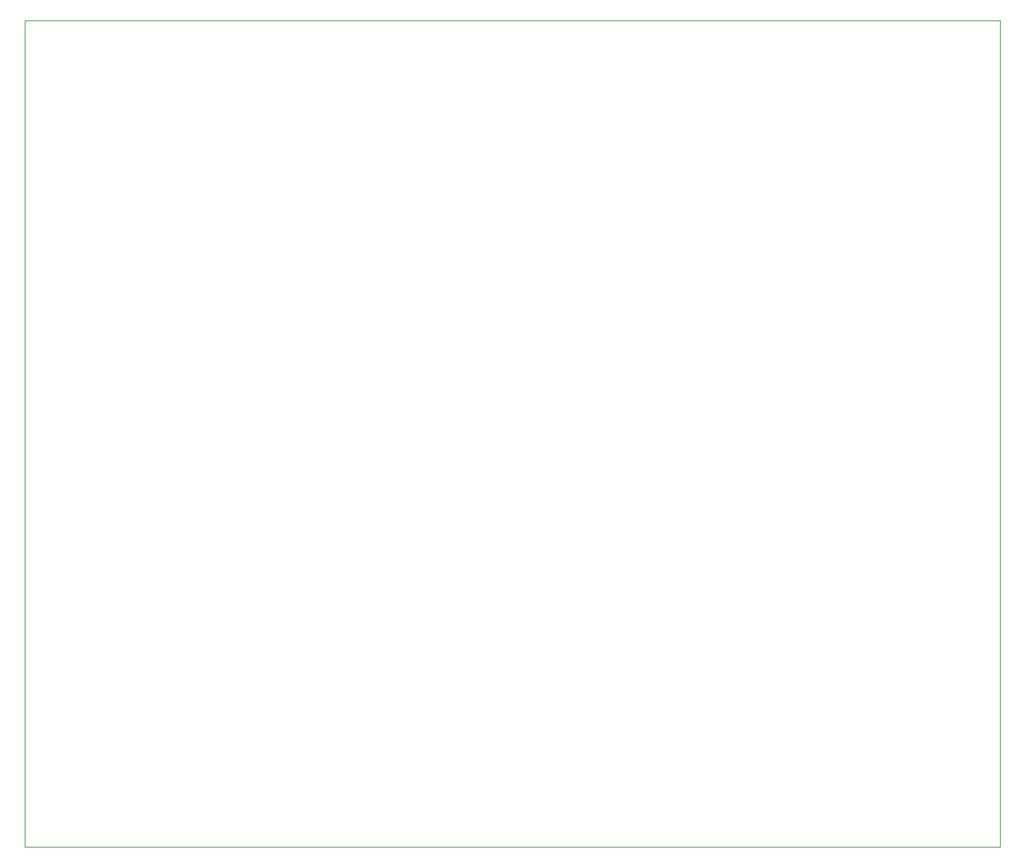
<source format=gbr>
%TF.GenerationSoftware,KiCad,Pcbnew,5.1.6-c6e7f7d~86~ubuntu16.04.1*%
%TF.CreationDate,2020-10-27T22:16:19+00:00*%
%TF.ProjectId,ppstrace1,70707374-7261-4636-9531-2e6b69636164,rev?*%
%TF.SameCoordinates,Original*%
%TF.FileFunction,Profile,NP*%
%FSLAX46Y46*%
G04 Gerber Fmt 4.6, Leading zero omitted, Abs format (unit mm)*
G04 Created by KiCad (PCBNEW 5.1.6-c6e7f7d~86~ubuntu16.04.1) date 2020-10-27 22:16:19*
%MOMM*%
%LPD*%
G01*
G04 APERTURE LIST*
%TA.AperFunction,Profile*%
%ADD10C,0.050000*%
%TD*%
G04 APERTURE END LIST*
D10*
X96520000Y-55880000D02*
X213360000Y-55880000D01*
X96520000Y-154940000D02*
X96520000Y-55880000D01*
X213360000Y-154940000D02*
X96520000Y-154940000D01*
X213360000Y-55880000D02*
X213360000Y-154940000D01*
M02*

</source>
